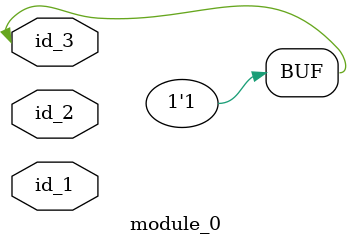
<source format=v>
`timescale 1 ps / 1ps
module module_0 (
    id_1,
    id_2,
    id_3
);
  inout id_3;
  input id_2;
  input id_1;
  assign id_3 = 1;
endmodule

</source>
